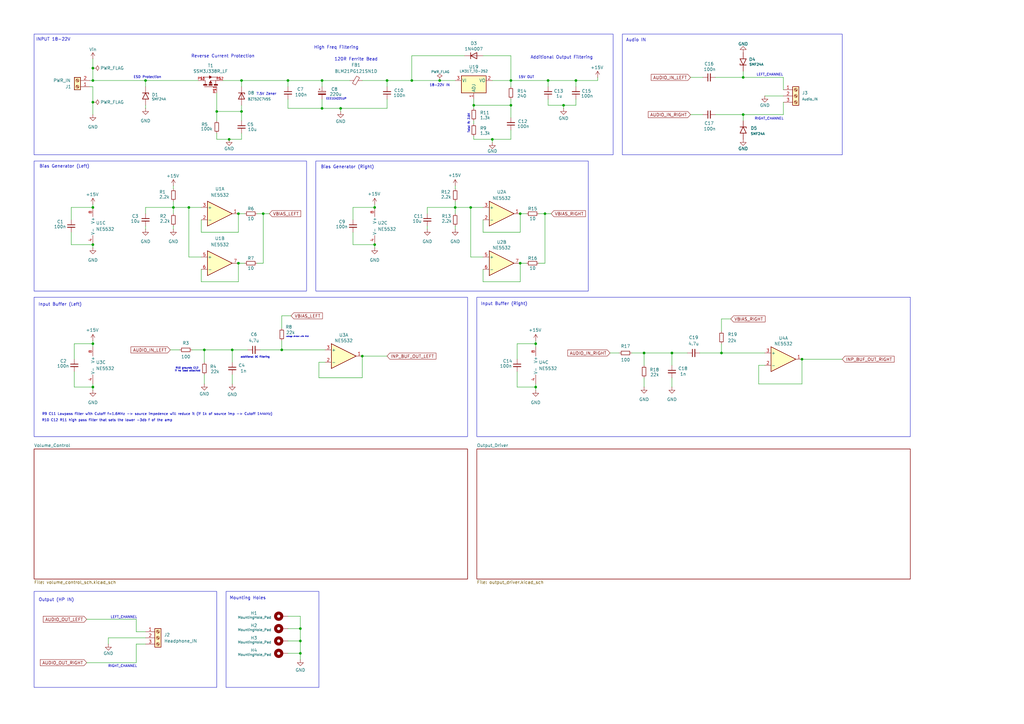
<source format=kicad_sch>
(kicad_sch (version 20231120) (generator "eeschema") (generator_version "8.0")
  (paper "A3")
  (title_block (title "Headphone Amplifier") (company "Giug SRL"))
  (lib_symbols
    (symbol "Amplifier_Operational:NE5532" (pin_names (offset 0.127))
      (property "Reference" "U" (at 0 5.08 0))
      (property "Value" "NE5532" (at 0 -5.08 0))
      (symbol "NE5532_1_1"
        (pin output line (at 7.62 0 180) (length 2.54) (name "~") (number "1"))
        (pin input line (at -7.62 -2.54 0) (length 2.54) (name "-") (number "2"))
        (pin input line (at -7.62 2.54 0) (length 2.54) (name "+") (number "3"))
      )
      (symbol "NE5532_2_1"
        (pin input line (at -7.62 2.54 0) (length 2.54) (name "+") (number "5"))
        (pin input line (at -7.62 -2.54 0) (length 2.54) (name "-") (number "6"))
        (pin output line (at 7.62 0 180) (length 2.54) (name "~") (number "7"))
      )
      (symbol "NE5532_3_1"
        (pin power_in line (at -2.54 -7.62 90) (length 3.81) (name "V-") (number "4"))
        (pin power_in line (at -2.54 7.62 270) (length 3.81) (name "V+") (number "8"))
      )
    )
    (symbol "Connector:Screw_Terminal_01x02" (pin_names (offset 1.016) hide)
      (property "Reference" "J" (at 0 2.54 0))
      (property "Value" "Screw_Terminal_01x02" (at 0 -5.08 0))
      (symbol "Screw_Terminal_01x02_1_1"
        (pin passive line (at -5.08 0 0) (length 3.81) (name "Pin_1") (number "1"))
        (pin passive line (at -5.08 -2.54 0) (length 3.81) (name "Pin_2") (number "2"))
      )
    )
    (symbol "Connector:Screw_Terminal_01x03" (pin_names (offset 1.016) hide)
      (property "Reference" "J" (at 0 5.08 0))
      (property "Value" "Screw_Terminal_01x03" (at 0 -5.08 0))
      (symbol "Screw_Terminal_01x03_1_1"
        (pin passive line (at -5.08 2.54 0) (length 3.81) (name "Pin_1") (number "1"))
        (pin passive line (at -5.08 0 0) (length 3.81) (name "Pin_2") (number "2"))
        (pin passive line (at -5.08 -2.54 0) (length 3.81) (name "Pin_3") (number "3"))
      )
    )
    (symbol "Device:C_Polarized_Small" (pin_numbers hide) (pin_names (offset 0.254) hide)
      (property "Reference" "C" (at 0.254 1.778 0))
      (property "Value" "C_Polarized_Small" (at 0.254 -2.032 0))
      (symbol "C_Polarized_Small_1_1"
        (pin passive line (at 0 2.54 270) (length 1.8542) (name "~") (number "1"))
        (pin passive line (at 0 -2.54 90) (length 1.8542) (name "~") (number "2"))
      )
    )
    (symbol "Device:C_Small" (pin_numbers hide) (pin_names (offset 0.254) hide)
      (property "Reference" "C" (at 0.254 1.778 0))
      (property "Value" "C_Small" (at 0.254 -2.032 0))
      (symbol "C_Small_1_1"
        (pin passive line (at 0 2.54 270) (length 2.032) (name "~") (number "1"))
        (pin passive line (at 0 -2.54 90) (length 2.032) (name "~") (number "2"))
      )
    )
    (symbol "Device:FerriteBead_Small" (pin_numbers hide) (pin_names (offset 0))
      (property "Reference" "FB" (at 1.905 1.27 0))
      (property "Value" "FerriteBead_Small" (at 1.905 -1.27 0))
      (symbol "FerriteBead_Small_1_1"
        (pin passive line (at 0 2.54 270) (length 1.27) (name "~") (number "1"))
        (pin passive line (at 0 -2.54 90) (length 1.27) (name "~") (number "2"))
      )
    )
    (symbol "Device:R_Small" (pin_numbers hide) (pin_names (offset 0.254) hide)
      (property "Reference" "R" (at 0.762 0.508 0))
      (property "Value" "R_Small" (at 0.762 -1.016 0))
      (symbol "R_Small_1_1"
        (pin passive line (at 0 2.54 270) (length 0.762) (name "~") (number "1"))
        (pin passive line (at 0 -2.54 90) (length 0.762) (name "~") (number "2"))
      )
    )
    (symbol "Diode:1N4007" (pin_numbers hide) (pin_names hide)
      (property "Reference" "D" (at 0 2.54 0))
      (property "Value" "1N4007" (at 0 -2.54 0))
      (symbol "1N4007_1_1"
        (pin passive line (at -3.81 0 0) (length 2.54) (name "K") (number "1"))
        (pin passive line (at 3.81 0 180) (length 2.54) (name "A") (number "2"))
      )
    )
    (symbol "Diode:BZT52Bxx" (pin_numbers hide) (pin_names hide)
      (property "Reference" "D" (at 0 2.54 0))
      (property "Value" "BZT52Bxx" (at 0 -2.54 0))
      (symbol "BZT52Bxx_1_1"
        (pin passive line (at -3.81 0 0) (length 2.54) (name "K") (number "1"))
        (pin passive line (at 3.81 0 180) (length 2.54) (name "A") (number "2"))
      )
    )
    (symbol "Diode:SMF24A" (pin_numbers hide) (pin_names (offset 1.016) hide)
      (property "Reference" "D" (at 0 2.54 0))
      (property "Value" "SMF24A" (at 0 -2.54 0))
      (symbol "SMF24A_1_1"
        (pin passive line (at -3.81 0 0) (length 2.54) (name "A1") (number "1"))
        (pin passive line (at 3.81 0 180) (length 2.54) (name "A2") (number "2"))
      )
    )
    (symbol "Mechanical:MountingHole_Pad" (pin_numbers hide) (pin_names (offset 1.016) hide) (exclude_from_sim yes) (in_bom no)
      (property "Reference" "H" (at 0 6.35 0))
      (property "Value" "MountingHole_Pad" (at 0 4.445 0))
      (symbol "MountingHole_Pad_1_1"
        (pin input line (at 0 -2.54 90) (length 2.54) (name "1") (number "1"))
      )
    )
    (symbol "Regulator_Linear:LM317_TO-252" (pin_names (offset 0.254))
      (property "Reference" "U" (at -3.81 3.175 0))
      (property "Value" "LM317_TO-252" (at 0 3.175 0))
      (symbol "LM317_TO-252_1_1"
        (pin input line (at 0 -7.62 90) (length 2.54) (name "ADJ") (number "1"))
        (pin power_out line (at 7.62 0 180) (length 2.54) (name "VO") (number "2"))
        (pin power_in line (at -7.62 0 0) (length 2.54) (name "VI") (number "3"))
      )
    )
    (symbol "SSM3J338R_LF:SSM3J338R_LF" (pin_names (offset 1.016))
      (property "Reference" "T" (at 2.54 2.54 0))
      (property "Value" "SSM3J338R_LF" (at 2.54 0 0))
      (symbol "SSM3J338R_LF_0_0"
        (pin passive line (at -5.08 -2.54 0) (length 2.54) (name "~") (number "P$1"))
        (pin passive line (at 0 -5.08 90) (length 2.54) (name "~") (number "P$2"))
        (pin passive line (at 0 5.08 270) (length 2.54) (name "~") (number "P$3"))
      )
    )
    (symbol "power:+15V" (power) (pin_numbers hide) (pin_names (offset 0) hide)
      (property "Value" "+15V" (at 0 3.556 0))
      (symbol "+15V_1_1"
        (pin power_in line (at 0 0 90) (length 0) (name "~") (number "1"))
      )
    )
    (symbol "power:GND" (power) (pin_numbers hide) (pin_names (offset 0) hide)
      (property "Value" "GND" (at 0 -3.81 0))
      (symbol "GND_1_1"
        (pin power_in line (at 0 0 270) (length 0) (name "~") (number "1"))
      )
    )
    (symbol "power:PWR_FLAG" (power) (pin_numbers hide) (pin_names (offset 0) hide)
      (property "Value" "PWR_FLAG" (at 0 3.81 0))
      (symbol "PWR_FLAG_0_0"
        (pin power_out line (at 0 0 90) (length 0) (name "~") (number "1"))
      )
    )
    (symbol "power:VCC" (power) (pin_numbers hide) (pin_names (offset 0) hide)
      (property "Value" "VCC" (at 0 3.556 0))
      (symbol "VCC_1_1"
        (pin power_in line (at 0 0 90) (length 0) (name "~") (number "1"))
      )
    )
  )
  (junction (at 168.91 33.02))
  (junction (at 194.31 43.18))
  (junction (at 139.7 44.45))
  (junction (at 99.06 33.02))
  (junction (at 231.14 43.18))
  (junction (at 209.55 43.18))
  (junction (at 132.08 33.02))
  (junction (at 38.1 100.33))
  (junction (at 38.1 41.91))
  (junction (at 148.59 146.05))
  (junction (at 77.47 85.09))
  (junction (at 153.67 85.09))
  (junction (at 264.16 144.78))
  (junction (at 38.1 158.75))
  (junction (at 219.71 140.97))
  (junction (at 59.69 33.02))
  (junction (at 193.04 85.09))
  (junction (at 88.9 45.72))
  (junction (at 123.19 257.81))
  (junction (at 71.12 85.09))
  (junction (at 275.59 144.78))
  (junction (at 97.79 87.63))
  (junction (at 107.95 87.63))
  (junction (at 201.93 57.15))
  (junction (at 223.52 87.63))
  (junction (at 38.1 140.97))
  (junction (at 38.1 27.94))
  (junction (at 93.98 57.15))
  (junction (at 213.36 107.95))
  (junction (at 38.1 85.09))
  (junction (at 304.8 46.99))
  (junction (at 180.34 33.02))
  (junction (at 115.57 143.51))
  (junction (at 295.91 144.78))
  (junction (at 132.08 44.45))
  (junction (at 224.79 33.02))
  (junction (at 158.75 33.02))
  (junction (at 38.1 33.02))
  (junction (at 99.06 45.72))
  (junction (at 209.55 33.02))
  (junction (at 186.69 85.09))
  (junction (at 123.19 262.89))
  (junction (at 97.79 107.95))
  (junction (at 328.93 147.32))
  (junction (at 118.11 33.02))
  (junction (at 213.36 87.63))
  (junction (at 83.82 143.51))
  (junction (at 304.8 31.75))
  (junction (at 236.22 33.02))
  (junction (at 95.25 143.51))
  (junction (at 219.71 158.75))
  (junction (at 123.19 267.97))
  (junction (at 153.67 100.33))
  (wire (pts (xy 224.79 43.18) (xy 231.14 43.18)))
  (wire (pts (xy 311.15 149.86) (xy 311.15 157.48)))
  (wire (pts (xy 293.37 46.99) (xy 304.8 46.99)))
  (wire (pts (xy 259.08 144.78) (xy 264.16 144.78)))
  (wire (pts (xy 99.06 45.72) (xy 99.06 43.18)))
  (wire (pts (xy 55.88 259.08) (xy 59.69 259.08)))
  (wire (pts (xy 193.04 85.09) (xy 186.69 85.09)))
  (wire (pts (xy 212.09 147.32) (xy 212.09 140.97)))
  (wire (pts (xy 158.75 44.45) (xy 158.75 40.64)))
  (wire (pts (xy 224.79 35.56) (xy 224.79 33.02)))
  (wire (pts (xy 38.1 33.02) (xy 59.69 33.02)))
  (wire (pts (xy 194.31 50.8) (xy 194.31 49.53)))
  (wire (pts (xy 264.16 144.78) (xy 275.59 144.78)))
  (wire (pts (xy 139.7 44.45) (xy 158.75 44.45)))
  (wire (pts (xy 118.11 33.02) (xy 118.11 35.56)))
  (wire (pts (xy 209.55 22.86) (xy 209.55 33.02)))
  (wire (pts (xy 313.69 39.37) (xy 321.31 39.37)))
  (wire (pts (xy 264.16 154.94) (xy 264.16 158.75)))
  (wire (pts (xy 153.67 101.6) (xy 153.67 100.33)))
  (wire (pts (xy 132.08 44.45) (xy 118.11 44.45)))
  (wire (pts (xy 212.09 152.4) (xy 212.09 158.75)))
  (wire (pts (xy 148.59 146.05) (xy 148.59 154.94)))
  (wire (pts (xy 123.19 257.81) (xy 123.19 262.89)))
  (wire (pts (xy 180.34 33.02) (xy 186.69 33.02)))
  (wire (pts (xy 59.69 85.09) (xy 71.12 85.09)))
  (wire (pts (xy 123.19 262.89) (xy 123.19 267.97)))
  (wire (pts (xy 105.41 87.63) (xy 107.95 87.63)))
  (wire (pts (xy 95.25 143.51) (xy 95.25 148.59)))
  (wire (pts (xy 219.71 139.7) (xy 219.71 140.97)))
  (wire (pts (xy 30.48 147.32) (xy 30.48 140.97)))
  (wire (pts (xy 97.79 87.63) (xy 100.33 87.63)))
  (wire (pts (xy 78.74 143.51) (xy 83.82 143.51)))
  (wire (pts (xy 175.26 85.09) (xy 186.69 85.09)))
  (wire (pts (xy 82.55 95.25) (xy 97.79 95.25)))
  (wire (pts (xy 295.91 130.81) (xy 299.72 130.81)))
  (wire (pts (xy 223.52 87.63) (xy 226.06 87.63)))
  (wire (pts (xy 59.69 43.18) (xy 59.69 44.45)))
  (wire (pts (xy 55.88 264.16) (xy 59.69 264.16)))
  (wire (pts (xy 236.22 43.18) (xy 236.22 40.64)))
  (wire (pts (xy 77.47 85.09) (xy 82.55 85.09)))
  (wire (pts (xy 158.75 33.02) (xy 168.91 33.02)))
  (wire (pts (xy 293.37 31.75) (xy 304.8 31.75)))
  (wire (pts (xy 168.91 33.02) (xy 180.34 33.02)))
  (wire (pts (xy 186.69 85.09) (xy 186.69 87.63)))
  (wire (pts (xy 29.21 100.33) (xy 38.1 100.33)))
  (wire (pts (xy 30.48 158.75) (xy 38.1 158.75)))
  (wire (pts (xy 30.48 152.4) (xy 30.48 158.75)))
  (wire (pts (xy 198.12 22.86) (xy 209.55 22.86)))
  (wire (pts (xy 99.06 33.02) (xy 99.06 35.56)))
  (wire (pts (xy 38.1 160.02) (xy 38.1 158.75)))
  (wire (pts (xy 55.88 254) (xy 55.88 259.08)))
  (wire (pts (xy 93.98 57.15) (xy 99.06 57.15)))
  (wire (pts (xy 194.31 57.15) (xy 201.93 57.15)))
  (wire (pts (xy 88.9 54.61) (xy 88.9 57.15)))
  (wire (pts (xy 275.59 144.78) (xy 281.94 144.78)))
  (wire (pts (xy 304.8 31.75) (xy 321.31 31.75)))
  (wire (pts (xy 71.12 92.71) (xy 71.12 93.98)))
  (wire (pts (xy 123.19 252.73) (xy 123.19 257.81)))
  (wire (pts (xy 224.79 43.18) (xy 224.79 40.64)))
  (wire (pts (xy 71.12 85.09) (xy 71.12 87.63)))
  (wire (pts (xy 71.12 82.55) (xy 71.12 85.09)))
  (wire (pts (xy 44.45 264.16) (xy 44.45 261.62)))
  (wire (pts (xy 38.1 157.48) (xy 38.1 158.75)))
  (wire (pts (xy 132.08 33.02) (xy 132.08 35.56)))
  (wire (pts (xy 59.69 33.02) (xy 81.28 33.02)))
  (wire (pts (xy 209.55 40.64) (xy 209.55 43.18)))
  (wire (pts (xy 194.31 57.15) (xy 194.31 55.88)))
  (wire (pts (xy 264.16 144.78) (xy 264.16 149.86)))
  (wire (pts (xy 275.59 144.78) (xy 275.59 149.86)))
  (wire (pts (xy 69.85 143.51) (xy 73.66 143.51)))
  (wire (pts (xy 83.82 143.51) (xy 95.25 143.51)))
  (wire (pts (xy 35.56 254) (xy 55.88 254)))
  (wire (pts (xy 123.19 267.97) (xy 118.11 267.97)))
  (wire (pts (xy 186.69 82.55) (xy 186.69 85.09)))
  (wire (pts (xy 38.1 140.97) (xy 38.1 142.24)))
  (wire (pts (xy 295.91 135.89) (xy 295.91 130.81)))
  (wire (pts (xy 123.19 267.97) (xy 123.19 270.51)))
  (wire (pts (xy 30.48 140.97) (xy 38.1 140.97)))
  (wire (pts (xy 321.31 36.83) (xy 321.31 31.75)))
  (wire (pts (xy 118.11 262.89) (xy 123.19 262.89)))
  (wire (pts (xy 209.55 43.18) (xy 194.31 43.18)))
  (wire (pts (xy 38.1 101.6) (xy 38.1 100.33)))
  (wire (pts (xy 106.68 143.51) (xy 115.57 143.51)))
  (wire (pts (xy 224.79 33.02) (xy 236.22 33.02)))
  (wire (pts (xy 97.79 107.95) (xy 100.33 107.95)))
  (wire (pts (xy 213.36 107.95) (xy 215.9 107.95)))
  (wire (pts (xy 153.67 83.82) (xy 153.67 85.09)))
  (wire (pts (xy 118.11 252.73) (xy 123.19 252.73)))
  (wire (pts (xy 59.69 92.71) (xy 59.69 93.98)))
  (wire (pts (xy 59.69 87.63) (xy 59.69 85.09)))
  (wire (pts (xy 194.31 43.18) (xy 194.31 44.45)))
  (wire (pts (xy 311.15 157.48) (xy 328.93 157.48)))
  (wire (pts (xy 132.08 44.45) (xy 139.7 44.45)))
  (wire (pts (xy 209.55 33.02) (xy 224.79 33.02)))
  (wire (pts (xy 97.79 95.25) (xy 97.79 87.63)))
  (wire (pts (xy 38.1 41.91) (xy 38.1 46.99)))
  (wire (pts (xy 99.06 33.02) (xy 118.11 33.02)))
  (wire (pts (xy 77.47 85.09) (xy 71.12 85.09)))
  (wire (pts (xy 38.1 27.94) (xy 38.1 33.02)))
  (wire (pts (xy 118.11 44.45) (xy 118.11 40.64)))
  (wire (pts (xy 115.57 143.51) (xy 133.35 143.51)))
  (wire (pts (xy 55.88 264.16) (xy 55.88 271.78)))
  (wire (pts (xy 212.09 140.97) (xy 219.71 140.97)))
  (wire (pts (xy 148.59 146.05) (xy 158.75 146.05)))
  (wire (pts (xy 201.93 57.15) (xy 201.93 58.42)))
  (wire (pts (xy 304.8 46.99) (xy 304.8 49.53)))
  (wire (pts (xy 59.69 33.02) (xy 59.69 35.56)))
  (wire (pts (xy 97.79 115.57) (xy 97.79 107.95)))
  (wire (pts (xy 168.91 22.86) (xy 168.91 33.02)))
  (wire (pts (xy 88.9 45.72) (xy 99.06 45.72)))
  (wire (pts (xy 130.81 148.59) (xy 133.35 148.59)))
  (wire (pts (xy 88.9 38.1) (xy 88.9 45.72)))
  (wire (pts (xy 71.12 76.2) (xy 71.12 77.47)))
  (wire (pts (xy 118.11 33.02) (xy 132.08 33.02)))
  (wire (pts (xy 209.55 43.18) (xy 209.55 48.26)))
  (wire (pts (xy 36.83 35.56) (xy 38.1 35.56)))
  (wire (pts (xy 99.06 54.61) (xy 99.06 57.15)))
  (wire (pts (xy 88.9 45.72) (xy 88.9 49.53)))
  (wire (pts (xy 213.36 87.63) (xy 215.9 87.63)))
  (wire (pts (xy 38.1 35.56) (xy 38.1 41.91)))
  (wire (pts (xy 245.11 33.02) (xy 236.22 33.02)))
  (wire (pts (xy 175.26 87.63) (xy 175.26 85.09)))
  (wire (pts (xy 219.71 160.02) (xy 219.71 158.75)))
  (wire (pts (xy 198.12 115.57) (xy 213.36 115.57)))
  (wire (pts (xy 198.12 90.17) (xy 198.12 95.25)))
  (wire (pts (xy 175.26 92.71) (xy 175.26 93.98)))
  (wire (pts (xy 82.55 105.41) (xy 77.47 105.41)))
  (wire (pts (xy 132.08 40.64) (xy 132.08 44.45)))
  (wire (pts (xy 193.04 105.41) (xy 193.04 85.09)))
  (wire (pts (xy 83.82 143.51) (xy 83.82 148.59)))
  (wire (pts (xy 201.93 33.02) (xy 209.55 33.02)))
  (wire (pts (xy 107.95 107.95) (xy 107.95 87.63)))
  (wire (pts (xy 35.56 271.78) (xy 55.88 271.78)))
  (wire (pts (xy 186.69 92.71) (xy 186.69 93.98)))
  (wire (pts (xy 198.12 110.49) (xy 198.12 115.57)))
  (wire (pts (xy 213.36 115.57) (xy 213.36 107.95)))
  (wire (pts (xy 38.1 83.82) (xy 38.1 85.09)))
  (wire (pts (xy 144.78 90.17) (xy 144.78 85.09)))
  (wire (pts (xy 115.57 139.7) (xy 115.57 143.51)))
  (wire (pts (xy 118.11 257.81) (xy 123.19 257.81)))
  (wire (pts (xy 115.57 129.54) (xy 119.38 129.54)))
  (wire (pts (xy 105.41 107.95) (xy 107.95 107.95)))
  (wire (pts (xy 328.93 157.48) (xy 328.93 147.32)))
  (wire (pts (xy 321.31 41.91) (xy 321.31 46.99)))
  (wire (pts (xy 250.19 144.78) (xy 254 144.78)))
  (wire (pts (xy 295.91 140.97) (xy 295.91 144.78)))
  (wire (pts (xy 158.75 33.02) (xy 158.75 35.56)))
  (wire (pts (xy 231.14 43.18) (xy 231.14 44.45)))
  (wire (pts (xy 213.36 95.25) (xy 213.36 87.63)))
  (wire (pts (xy 99.06 45.72) (xy 99.06 49.53)))
  (wire (pts (xy 201.93 57.15) (xy 209.55 57.15)))
  (wire (pts (xy 130.81 154.94) (xy 148.59 154.94)))
  (wire (pts (xy 82.55 110.49) (xy 82.55 115.57)))
  (wire (pts (xy 38.1 139.7) (xy 38.1 140.97)))
  (wire (pts (xy 190.5 22.86) (xy 168.91 22.86)))
  (wire (pts (xy 283.21 31.75) (xy 288.29 31.75)))
  (wire (pts (xy 144.78 95.25) (xy 144.78 100.33)))
  (wire (pts (xy 236.22 33.02) (xy 236.22 35.56)))
  (wire (pts (xy 88.9 57.15) (xy 93.98 57.15)))
  (wire (pts (xy 311.15 149.86) (xy 313.69 149.86)))
  (wire (pts (xy 275.59 154.94) (xy 275.59 158.75)))
  (wire (pts (xy 144.78 85.09) (xy 153.67 85.09)))
  (wire (pts (xy 144.78 100.33) (xy 153.67 100.33)))
  (wire (pts (xy 295.91 144.78) (xy 313.69 144.78)))
  (wire (pts (xy 82.55 90.17) (xy 82.55 95.25)))
  (wire (pts (xy 245.11 33.02) (xy 245.11 31.75)))
  (wire (pts (xy 220.98 107.95) (xy 223.52 107.95)))
  (wire (pts (xy 283.21 46.99) (xy 288.29 46.99)))
  (wire (pts (xy 328.93 147.32) (xy 345.44 147.32)))
  (wire (pts (xy 83.82 153.67) (xy 83.82 157.48)))
  (wire (pts (xy 95.25 153.67) (xy 95.25 157.48)))
  (wire (pts (xy 219.71 140.97) (xy 219.71 142.24)))
  (wire (pts (xy 304.8 46.99) (xy 321.31 46.99)))
  (wire (pts (xy 44.45 261.62) (xy 59.69 261.62)))
  (wire (pts (xy 29.21 90.17) (xy 29.21 85.09)))
  (wire (pts (xy 186.69 76.2) (xy 186.69 77.47)))
  (wire (pts (xy 36.83 33.02) (xy 38.1 33.02)))
  (wire (pts (xy 38.1 24.13) (xy 38.1 27.94)))
  (wire (pts (xy 107.95 87.63) (xy 110.49 87.63)))
  (wire (pts (xy 139.7 45.72) (xy 139.7 44.45)))
  (wire (pts (xy 209.55 57.15) (xy 209.55 53.34)))
  (wire (pts (xy 198.12 105.41) (xy 193.04 105.41)))
  (wire (pts (xy 231.14 43.18) (xy 236.22 43.18)))
  (wire (pts (xy 193.04 85.09) (xy 198.12 85.09)))
  (wire (pts (xy 95.25 143.51) (xy 101.6 143.51)))
  (wire (pts (xy 198.12 95.25) (xy 213.36 95.25)))
  (wire (pts (xy 223.52 107.95) (xy 223.52 87.63)))
  (wire (pts (xy 29.21 95.25) (xy 29.21 100.33)))
  (wire (pts (xy 212.09 158.75) (xy 219.71 158.75)))
  (wire (pts (xy 287.02 144.78) (xy 295.91 144.78)))
  (wire (pts (xy 304.8 29.21) (xy 304.8 31.75)))
  (wire (pts (xy 219.71 157.48) (xy 219.71 158.75)))
  (wire (pts (xy 115.57 134.62) (xy 115.57 129.54)))
  (wire (pts (xy 148.59 33.02) (xy 158.75 33.02)))
  (wire (pts (xy 130.81 148.59) (xy 130.81 154.94)))
  (wire (pts (xy 91.44 33.02) (xy 99.06 33.02)))
  (wire (pts (xy 77.47 105.41) (xy 77.47 85.09)))
  (wire (pts (xy 194.31 40.64) (xy 194.31 43.18)))
  (wire (pts (xy 220.98 87.63) (xy 223.52 87.63)))
  (wire (pts (xy 29.21 85.09) (xy 38.1 85.09)))
  (wire (pts (xy 209.55 33.02) (xy 209.55 35.56)))
  (wire (pts (xy 82.55 115.57) (xy 97.79 115.57)))
  (wire (pts (xy 132.08 33.02) (xy 143.51 33.02)))
  (rectangle (start 195.58 121.92) (end 373.38 179.07))
  (rectangle (start 129.54 66.04) (end 241.3 119.38))
  (rectangle (start 13.97 66.04) (end 125.73 119.38))
  (rectangle (start 255.27 13.97) (end 345.44 63.5))
  (rectangle (start 13.97 13.97) (end 251.46 63.5))
  (rectangle (start 13.97 242.57) (end 88.9 281.94))
  (rectangle (start 13.97 121.92) (end 191.77 179.07))
  (rectangle (start 92.71 242.57) (end 130.81 281.94))
  (text "Audio IN\n" (at 260.858 16.51 0) (effects (font (size 1.27 1.27))))
  (text "120R Ferrite Bead\n" (at 146.05 24.384 0) (effects (font (size 1.27 1.27))))
  (text "15V OUT" (at 215.9 31.75 0) (effects (font (size 1 1))))
  (text "ESD Protection" (at 60.452 31.75 0) (effects (font (size 1 1))))
  (text "7.5V Zener" (at 109.22 38.608 0) (effects (font (size 1 1))))
  (text "R10 C12 R11 high pass filter that sets the lower -3db f of the amp" (at 43.942 172.466 0) (effects (font (size 1 1))))
  (text "Total R: 2.6K" (at 192.278 50.546 90) (effects (font (size 0.8 0.8))))
  (text "Bias Generator (Right)" (at 142.494 68.58 0) (effects (font (size 1.27 1.27))))
  (text "Mounting Holes" (at 101.6 245.364 0) (effects (font (size 1.27 1.27))))
  (text "Input Buffer (Right)" (at 206.756 124.714 0) (effects (font (size 1.27 1.27))))
  (text "High Freq Filtering\n" (at 137.922 19.558 0) (effects (font (size 1.27 1.27))))
  (text "Output (HP IN)" (at 23.114 246.126 0) (effects (font (size 1.27 1.27))))
  (text "EEE1EA221UP" (at 137.922 40.64 0) (effects (font (size 0.8 0.8))))
  (text "Reverse Current Protection" (at 91.44 23.114 0) (effects (font (size 1.27 1.27))))
  (text "RIGHT_CHANNEL" (at 315.468 48.768 0) (effects (font (size 1 1))))
  (text "Bias Generator (Left)" (at 26.416 68.326 0) (effects (font (size 1.27 1.27))))
  (text "LEFT_CHANNEL" (at 50.8 253.238 0) (effects (font (size 1 1))))
  (text "RIGHT_CHANNEL" (at 50.292 273.304 0) (effects (font (size 1 1))))
  (text "INPUT 18-22V\n" (at 21.844 16.256 0) (effects (font (size 1.27 1.27))))
  (text "R10 grounds C12 \nif no load attached" (at 76.962 151.638 0) (effects (font (size 0.7 0.7))))
  (text "18-22V IN\n" (at 180.34 35.052 0) (effects (font (size 1 1))))
  (text "Additional Output Filtering\n" (at 230.378 23.622 0) (effects (font (size 1.27 1.27))))
  (text "R9 C11 Lowpass filter with Cutoff f=1.6MHz -> source impedence will reduce it (if 1k of source imp -> Cutoff 144kHz)" (at 64.516 169.926 0) (effects (font (size 1 1))))
  (text "Input Buffer (Left)" (at 24.638 124.968 0) (effects (font (size 1.27 1.27))))
  (text "voltage divider with R10" (at 121.92 138.176 0) (effects (font (size 0.5 0.5))))
  (text "LEFT_CHANNEL" (at 315.722 30.734 0) (effects (font (size 1 1))))
  (text "additional DC filtering" (at 104.648 146.558 0) (effects (font (size 0.7 0.7))))
  (global_label "INP_BUF_OUT_LEFT" (shape input) (at 158.75 146.05 0) (property "Intersheetrefs" "${INTERSHEET_REFS}" (effects (hide yes))))
  (global_label "VBIAS_LEFT" (shape input) (at 119.38 129.54 0) (property "Intersheetrefs" "${INTERSHEET_REFS}" (effects (hide yes))))
  (global_label "INP_BUF_OUT_RIGHT" (shape input) (at 345.44 147.32 0) (property "Intersheetrefs" "${INTERSHEET_REFS}" (effects (hide yes))))
  (global_label "AUDIO_IN_LEFT" (shape input) (at 69.85 143.51 180) (property "Intersheetrefs" "${INTERSHEET_REFS}" (effects (hide yes))))
  (global_label "AUDIO_OUT_LEFT" (shape input) (at 35.56 254 180) (property "Intersheetrefs" "${INTERSHEET_REFS}" (effects (hide yes))))
  (global_label "AUDIO_IN_RIGHT" (shape input) (at 250.19 144.78 180) (property "Intersheetrefs" "${INTERSHEET_REFS}" (effects (hide yes))))
  (global_label "AUDIO_IN_RIGHT" (shape input) (at 283.21 46.99 180) (property "Intersheetrefs" "${INTERSHEET_REFS}" (effects (hide yes))))
  (global_label "AUDIO_IN_LEFT" (shape input) (at 283.21 31.75 180) (property "Intersheetrefs" "${INTERSHEET_REFS}" (effects (hide yes))))
  (global_label "VBIAS_RIGHT" (shape input) (at 299.72 130.81 0) (property "Intersheetrefs" "${INTERSHEET_REFS}" (effects (hide yes))))
  (global_label "VBIAS_RIGHT" (shape input) (at 226.06 87.63 0) (property "Intersheetrefs" "${INTERSHEET_REFS}" (effects (hide yes))))
  (global_label "VBIAS_LEFT" (shape input) (at 110.49 87.63 0) (property "Intersheetrefs" "${INTERSHEET_REFS}" (effects (hide yes))))
  (global_label "AUDIO_OUT_RIGHT" (shape input) (at 35.56 271.78 180) (property "Intersheetrefs" "${INTERSHEET_REFS}" (effects (hide yes))))
  (symbol (lib_id "power:+15V") (at 38.1 139.7 0) (unit 1)
    (property "Reference" "#PWR05" (effects (hide yes)))
    (property "Value" "+15V" (at 37.846 135.382 0))
    (property "Description" "Power symbol creates a global label with name \"+15V\"" (effects (hide yes)))
  )
  (symbol (lib_id "Device:C_Small") (at 30.48 149.86 0) (unit 1)
    (property "Reference" "C2" (at 24.638 148.082 0) (effects (justify left)))
    (property "Value" "100n" (at 23.368 150.114 0) (effects (justify left)))
    (property "Footprint" "Capacitor_SMD:C_0805_2012Metric_Pad1.18x1.45mm_HandSolder" (effects (hide yes)))
    (property "Description" "Unpolarized capacitor, small symbol" (effects (hide yes)))
  )
  (symbol (lib_id "power:GND") (at 175.26 93.98 0) (unit 1)
    (property "Reference" "#PWR018" (effects (hide yes)))
    (property "Value" "GND" (at 175.26 99.06 0))
    (property "Description" "Power symbol creates a global label with name \"GND\" , ground" (effects (hide yes)))
  )
  (symbol (lib_id "power:+15V") (at 219.71 139.7 0) (unit 1)
    (property "Reference" "#PWR023" (effects (hide yes)))
    (property "Value" "+15V" (at 219.456 135.382 0))
    (property "Description" "Power symbol creates a global label with name \"+15V\"" (effects (hide yes)))
  )
  (symbol (lib_id "Device:C_Small") (at 209.55 50.8 180) (unit 1)
    (property "Reference" "C12" (at 214.376 49.784 0))
    (property "Value" "100n" (at 214.63 51.816 0))
    (property "Footprint" "Capacitor_SMD:C_0805_2012Metric_Pad1.18x1.45mm_HandSolder" (effects (hide yes)))
    (property "Description" "Unpolarized capacitor, small symbol" (effects (hide yes)))
  )
  (symbol (lib_id "Device:C_Small") (at 212.09 149.86 0) (unit 1)
    (property "Reference" "C14" (at 206.248 148.082 0) (effects (justify left)))
    (property "Value" "100n" (at 204.978 150.114 0) (effects (justify left)))
    (property "Footprint" "Capacitor_SMD:C_0805_2012Metric_Pad1.18x1.45mm_HandSolder" (effects (hide yes)))
    (property "Description" "Unpolarized capacitor, small symbol" (effects (hide yes)))
  )
  (symbol (lib_id "power:GND") (at 186.69 93.98 0) (unit 1)
    (property "Reference" "#PWR021" (effects (hide yes)))
    (property "Value" "GND" (at 186.69 99.06 0))
    (property "Description" "Power symbol creates a global label with name \"GND\" , ground" (effects (hide yes)))
  )
  (symbol (lib_id "power:GND") (at 83.82 157.48 0) (unit 1)
    (property "Reference" "#PWR011" (effects (hide yes)))
    (property "Value" "GND" (at 83.82 161.544 0))
    (property "Description" "Power symbol creates a global label with name \"GND\" , ground" (effects (hide yes)))
  )
  (symbol (lib_id "Amplifier_Operational:NE5532") (at 90.17 87.63 0) (unit 1)
    (property "Reference" "U1" (at 90.17 77.47 0))
    (property "Value" "NE5532" (at 90.17 80.01 0))
    (property "Footprint" "Package_SO:SOIC-8_3.9x4.9mm_P1.27mm" (effects (hide yes)))
    (property "Datasheet" "http://www.ti.com/lit/ds/symlink/ne5532.pdf" (effects (hide yes)))
    (property "Description" "Dual Low-Noise Operational Amplifiers, DIP-8/SOIC-8" (effects (hide yes)))
  )
  (symbol (lib_id "Mechanical:MountingHole_Pad") (at 115.57 267.97 90) (unit 1) (exclude_from_sim yes) (in_bom no)
    (property "Reference" "H4" (at 104.14 266.7 90))
    (property "Value" "MountingHole_Pad" (at 104.394 268.478 90) (effects (font (size 1 1))))
    (property "Footprint" "MountingHole:MountingHole_3.2mm_M3_Pad_Via" (effects (hide yes)))
    (property "Description" "Mounting Hole with connection" (effects (hide yes)))
  )
  (symbol (lib_id "power:+15V") (at 71.12 76.2 0) (unit 1)
    (property "Reference" "#PWR09" (effects (hide yes)))
    (property "Value" "+15V" (at 70.866 72.136 0))
    (property "Description" "Power symbol creates a global label with name \"+15V\"" (effects (hide yes)))
  )
  (symbol (lib_id "Device:R_Small") (at 218.44 87.63 90) (unit 1)
    (property "Reference" "R15" (at 218.44 85.598 90))
    (property "Value" "10" (at 218.44 89.662 90))
    (property "Footprint" "Resistor_SMD:R_0805_2012Metric_Pad1.20x1.40mm_HandSolder" (effects (hide yes)))
    (property "Description" "Resistor, small symbol" (effects (hide yes)))
  )
  (symbol (lib_id "Mechanical:MountingHole_Pad") (at 115.57 262.89 90) (unit 1) (exclude_from_sim yes) (in_bom no)
    (property "Reference" "H3" (at 104.14 261.62 90))
    (property "Value" "MountingHole_Pad" (at 104.394 263.398 90) (effects (font (size 1 1))))
    (property "Footprint" "MountingHole:MountingHole_3.2mm_M3_Pad_Via" (effects (hide yes)))
    (property "Description" "Mounting Hole with connection" (effects (hide yes)))
  )
  (symbol (lib_id "Device:R_Small") (at 71.12 90.17 0) (unit 1)
    (property "Reference" "R2" (at 65.532 88.646 0) (effects (justify left)))
    (property "Value" "2.2k" (at 65.532 90.678 0) (effects (justify left)))
    (property "Footprint" "Resistor_SMD:R_0805_2012Metric_Pad1.20x1.40mm_HandSolder" (effects (hide yes)))
    (property "Description" "Resistor, small symbol" (effects (hide yes)))
  )
  (symbol (lib_id "Device:C_Small") (at 158.75 38.1 180) (unit 1)
    (property "Reference" "C10" (at 163.576 37.084 0))
    (property "Value" "100n" (at 163.83 39.116 0))
    (property "Footprint" "Capacitor_SMD:C_0805_2012Metric_Pad1.18x1.45mm_HandSolder" (effects (hide yes)))
    (property "Description" "Unpolarized capacitor, small symbol" (effects (hide yes)))
  )
  (symbol (lib_id "Device:R_Small") (at 186.69 80.01 0) (unit 1)
    (property "Reference" "R12" (at 180.848 78.74 0) (effects (justify left)))
    (property "Value" "2.2k" (at 180.848 80.772 0) (effects (justify left)))
    (property "Footprint" "Resistor_SMD:R_0805_2012Metric_Pad1.20x1.40mm_HandSolder" (effects (hide yes)))
    (property "Description" "Resistor, small symbol" (effects (hide yes)))
  )
  (symbol (lib_id "Device:R_Small") (at 256.54 144.78 90) (unit 1)
    (property "Reference" "R17" (at 256.54 141.986 90))
    (property "Value" "100" (at 256.54 147.574 90))
    (property "Footprint" "Resistor_SMD:R_0805_2012Metric_Pad1.20x1.40mm_HandSolder" (effects (hide yes)))
    (property "Description" "Resistor, small symbol" (effects (hide yes)))
  )
  (symbol (lib_id "Amplifier_Operational:NE5532") (at 40.64 149.86 0) (unit 3)
    (property "Reference" "U3" (at 39.37 148.5899 0) (effects (justify left)))
    (property "Value" "NE5532" (at 39.37 151.1299 0) (effects (justify left)))
    (property "Footprint" "Package_SO:SOIC-8_3.9x4.9mm_P1.27mm" (effects (hide yes)))
    (property "Datasheet" "http://www.ti.com/lit/ds/symlink/ne5532.pdf" (effects (hide yes)))
    (property "Description" "Dual Low-Noise Operational Amplifiers, DIP-8/SOIC-8" (effects (hide yes)))
  )
  (symbol (lib_id "Diode:BZT52Bxx") (at 99.06 39.37 270) (unit 1)
    (property "Reference" "D8" (at 101.6 38.0999 90) (effects (justify left)))
    (property "Value" "BZT52C7V5S" (at 101.6 40.64 90) (effects (font (size 1 1)) (justify left)))
    (property "Footprint" "Diode_SMD:D_SOD-123F" (effects (hide yes)))
    (property "Datasheet" "https://diotec.com/tl_files/diotec/files/pdf/datasheets/bzt52b2v4.pdf" (effects (hide yes)))
    (property "Description" "500mW Zener Diode, SOD-123F" (effects (hide yes)))
  )
  (symbol (lib_id "SSM3J338R_LF:SSM3J338R_LF") (at 86.36 33.02 90) (unit 1)
    (property "Reference" "T1" (at 86.36 26.924 90))
    (property "Value" "SSM3J338R_LF" (at 86.36 29.21 90))
    (property "Footprint" "Footprint:SSM3J338R_LF" (effects (hide yes)))
    (property "MF" "Toshiba Semiconductor and Storage" (effects (hide yes)))
    (property "Description_1" "\nP-Channel 12 V 6A (Ta) 1W (Ta) Surface Mount SOT-23F\n" (effects (hide yes)))
    (property "Package" "SOT-23-3 Toshiba Semiconductor and Storage" (effects (hide yes)))
    (property "Price" "None" (effects (hide yes)))
    (property "SnapEDA_Link" "https://www.snapeda.com/parts/SSM3J338R,LF/Toshiba+Semiconductor+and+Storage/view-part/?ref=snap" (effects (hide yes)))
    (property "MP" "SSM3J338R,LF" (effects (hide yes)))
    (property "Purchase-URL" "https://www.snapeda.com/api/url_track_click_mouser/?unipart_id=7103032&manufacturer=Toshiba Semiconductor and Storage&part_name=SSM3J338R,LF&search_term= ssm3j338r,lf" (effects (hide yes)))
    (property "Availability" "In Stock" (effects (hide yes)))
    (property "Check_prices" "https://www.snapeda.com/parts/SSM3J338R,LF/Toshiba+Semiconductor+and+Storage/view-part/?ref=eda" (effects (hide yes)))
  )
  (symbol (lib_id "power:GND") (at 38.1 46.99 0) (unit 1)
    (property "Reference" "#PWR02" (effects (hide yes)))
    (property "Value" "GND" (at 38.1 52.07 0))
    (property "Description" "Power symbol creates a global label with name \"GND\" , ground" (effects (hide yes)))
  )
  (symbol (lib_id "Amplifier_Operational:NE5532") (at 90.17 107.95 0) (unit 2)
    (property "Reference" "U1" (at 90.17 97.79 0))
    (property "Value" "NE5532" (at 90.17 100.33 0))
    (property "Footprint" "Package_SO:SOIC-8_3.9x4.9mm_P1.27mm" (effects (hide yes)))
    (property "Datasheet" "http://www.ti.com/lit/ds/symlink/ne5532.pdf" (effects (hide yes)))
    (property "Description" "Dual Low-Noise Operational Amplifiers, DIP-8/SOIC-8" (effects (hide yes)))
  )
  (symbol (lib_id "Device:R_Small") (at 88.9 52.07 0) (unit 1)
    (property "Reference" "R5" (at 82.55 51.054 0) (effects (justify left)))
    (property "Value" "100k" (at 82.296 52.832 0) (effects (justify left)))
    (property "Footprint" "Resistor_SMD:R_0805_2012Metric_Pad1.20x1.40mm_HandSolder" (effects (hide yes)))
    (property "Description" "Resistor, small symbol" (effects (hide yes)))
  )
  (symbol (lib_id "power:GND") (at 304.8 21.59 180) (unit 1)
    (property "Reference" "#PWR062" (effects (hide yes)))
    (property "Value" "GND" (at 304.8 18.034 0))
    (property "Description" "Power symbol creates a global label with name \"GND\" , ground" (effects (hide yes)))
  )
  (symbol (lib_id "Device:C_Small") (at 29.21 92.71 0) (unit 1)
    (property "Reference" "C1" (at 23.368 90.932 0) (effects (justify left)))
    (property "Value" "100n" (at 22.098 92.964 0) (effects (justify left)))
    (property "Footprint" "Capacitor_SMD:C_0805_2012Metric_Pad1.18x1.45mm_HandSolder" (effects (hide yes)))
    (property "Description" "Unpolarized capacitor, small symbol" (effects (hide yes)))
  )
  (symbol (lib_id "Connector:Screw_Terminal_01x02") (at 31.75 35.56 180) (unit 1)
    (property "Reference" "J1" (at 29.21 35.5601 0) (effects (justify left)))
    (property "Value" "PWR_IN" (at 28.956 33.02 0) (effects (justify left)))
    (property "Footprint" "TerminalBlock:TerminalBlock_bornier-2_P5.08mm" (effects (hide yes)))
    (property "Description" "Generic screw terminal, single row, 01x02, script generated (kicad-library-utils/schlib/autogen/connector/)" (effects (hide yes)))
  )
  (symbol (lib_id "power:GND") (at 71.12 93.98 0) (unit 1)
    (property "Reference" "#PWR010" (effects (hide yes)))
    (property "Value" "GND" (at 71.12 99.06 0))
    (property "Description" "Power symbol creates a global label with name \"GND\" , ground" (effects (hide yes)))
  )
  (symbol (lib_id "power:GND") (at 201.93 58.42 0) (unit 1)
    (property "Reference" "#PWR019" (effects (hide yes)))
    (property "Value" "GND" (at 201.93 61.976 0))
    (property "Description" "Power symbol creates a global label with name \"GND\" , ground" (effects (hide yes)))
  )
  (symbol (lib_id "Device:R_Small") (at 186.69 90.17 0) (unit 1)
    (property "Reference" "R13" (at 181.102 88.646 0) (effects (justify left)))
    (property "Value" "2.2k" (at 181.102 90.678 0) (effects (justify left)))
    (property "Footprint" "Resistor_SMD:R_0805_2012Metric_Pad1.20x1.40mm_HandSolder" (effects (hide yes)))
    (property "Description" "Resistor, small symbol" (effects (hide yes)))
  )
  (symbol (lib_id "Device:C_Small") (at 144.78 92.71 0) (unit 1)
    (property "Reference" "C9" (at 138.938 90.932 0) (effects (justify left)))
    (property "Value" "100n" (at 137.668 92.964 0) (effects (justify left)))
    (property "Footprint" "Capacitor_SMD:C_0805_2012Metric_Pad1.18x1.45mm_HandSolder" (effects (hide yes)))
    (property "Description" "Unpolarized capacitor, small symbol" (effects (hide yes)))
  )
  (symbol (lib_id "Device:R_Small") (at 194.31 53.34 0) (unit 1)
    (property "Reference" "R9" (at 196.85 52.578 0) (effects (justify left)))
    (property "Value" "1.3k" (at 196.85 54.6099 0) (effects (justify left)))
    (property "Footprint" "Resistor_SMD:R_0805_2012Metric_Pad1.20x1.40mm_HandSolder" (effects (hide yes)))
    (property "Description" "Resistor, small symbol" (effects (hide yes)))
  )
  (symbol (lib_id "power:GND") (at 231.14 44.45 0) (unit 1)
    (property "Reference" "#PWR022" (effects (hide yes)))
    (property "Value" "GND" (at 231.14 48.514 0))
    (property "Description" "Power symbol creates a global label with name \"GND\" , ground" (effects (hide yes)))
  )
  (symbol (lib_id "power:GND") (at 219.71 160.02 0) (unit 1)
    (property "Reference" "#PWR024" (effects (hide yes)))
    (property "Value" "GND" (at 219.71 165.1 0))
    (property "Description" "Power symbol creates a global label with name \"GND\" , ground" (effects (hide yes)))
  )
  (symbol (lib_id "Amplifier_Operational:NE5532") (at 205.74 107.95 0) (unit 2)
    (property "Reference" "U2" (at 205.74 99.314 0))
    (property "Value" "NE5532" (at 205.74 101.6 0))
    (property "Footprint" "Package_SO:SOIC-8_3.9x4.9mm_P1.27mm" (effects (hide yes)))
    (property "Datasheet" "http://www.ti.com/lit/ds/symlink/ne5532.pdf" (effects (hide yes)))
    (property "Description" "Dual Low-Noise Operational Amplifiers, DIP-8/SOIC-8" (effects (hide yes)))
  )
  (symbol (lib_id "Mechanical:MountingHole_Pad") (at 115.57 257.81 90) (unit 1) (exclude_from_sim yes) (in_bom no)
    (property "Reference" "H2" (at 104.14 256.54 90))
    (property "Value" "MountingHole_Pad" (at 104.394 258.318 90) (effects (font (size 1 1))))
    (property "Footprint" "MountingHole:MountingHole_3.2mm_M3_Pad_Via" (effects (hide yes)))
    (property "Description" "Mounting Hole with connection" (effects (hide yes)))
  )
  (symbol (lib_id "Diode:1N4007") (at 194.31 22.86 0) (unit 1)
    (property "Reference" "D3" (at 194.31 17.78 0))
    (property "Value" "1N4007" (at 194.31 20.066 0))
    (property "Footprint" "Diode_SMD:D_SMA" (effects (hide yes)))
    (property "Datasheet" "http://www.vishay.com/docs/88503/1n4001.pdf" (effects (hide yes)))
    (property "Description" "1000V 1A General Purpose Rectifier Diode, DO-41" (effects (hide yes)))
    (property "Sim.Device" "D" (effects (hide yes)))
    (property "Sim.Pins" "1=K 2=A" (effects (hide yes)))
  )
  (symbol (lib_id "power:GND") (at 264.16 158.75 0) (unit 1)
    (property "Reference" "#PWR026" (effects (hide yes)))
    (property "Value" "GND" (at 264.16 163.83 0))
    (property "Description" "Power symbol creates a global label with name \"GND\" , ground" (effects (hide yes)))
  )
  (symbol (lib_id "power:GND") (at 38.1 160.02 0) (unit 1)
    (property "Reference" "#PWR06" (effects (hide yes)))
    (property "Value" "GND" (at 38.1 165.1 0))
    (property "Description" "Power symbol creates a global label with name \"GND\" , ground" (effects (hide yes)))
  )
  (symbol (lib_id "Device:C_Small") (at 275.59 152.4 0) (unit 1)
    (property "Reference" "C18" (at 278.13 151.1362 0) (effects (justify left)))
    (property "Value" "1n" (at 278.892 153.416 0) (effects (justify left)))
    (property "Footprint" "Capacitor_SMD:C_0805_2012Metric_Pad1.18x1.45mm_HandSolder" (effects (hide yes)))
    (property "Description" "Unpolarized capacitor, small symbol" (effects (hide yes)))
  )
  (symbol (lib_id "power:GND") (at 139.7 45.72 0) (unit 1)
    (property "Reference" "#PWR015" (effects (hide yes)))
    (property "Value" "GND" (at 139.7 49.784 0))
    (property "Description" "Power symbol creates a global label with name \"GND\" , ground" (effects (hide yes)))
  )
  (symbol (lib_id "power:GND") (at 95.25 157.48 0) (unit 1)
    (property "Reference" "#PWR013" (effects (hide yes)))
    (property "Value" "GND" (at 95.25 161.798 0))
    (property "Description" "Power symbol creates a global label with name \"GND\" , ground" (effects (hide yes)))
  )
  (symbol (lib_id "power:VCC") (at 38.1 24.13 0) (unit 1)
    (property "Reference" "#PWR01" (effects (hide yes)))
    (property "Value" "Vin" (at 38.1 20.32 0))
    (property "Description" "Power symbol creates a global label with name \"VCC\"" (effects (hide yes)))
  )
  (symbol (lib_id "Device:R_Small") (at 71.12 80.01 0) (unit 1)
    (property "Reference" "R1" (at 65.278 78.74 0) (effects (justify left)))
    (property "Value" "2.2k" (at 65.278 80.772 0) (effects (justify left)))
    (property "Footprint" "Resistor_SMD:R_0805_2012Metric_Pad1.20x1.40mm_HandSolder" (effects (hide yes)))
    (property "Description" "Resistor, small symbol" (effects (hide yes)))
  )
  (symbol (lib_id "Amplifier_Operational:NE5532") (at 140.97 146.05 0) (unit 1)
    (property "Reference" "U3" (at 140.97 137.414 0))
    (property "Value" "NE5532" (at 140.97 139.7 0))
    (property "Footprint" "Package_SO:SOIC-8_3.9x4.9mm_P1.27mm" (effects (hide yes)))
    (property "Datasheet" "http://www.ti.com/lit/ds/symlink/ne5532.pdf" (effects (hide yes)))
    (property "Description" "Dual Low-Noise Operational Amplifiers, DIP-8/SOIC-8" (effects (hide yes)))
  )
  (symbol (lib_id "Device:R_Small") (at 209.55 38.1 0) (unit 1)
    (property "Reference" "R14" (at 212.09 37.338 0) (effects (justify left)))
    (property "Value" "240" (at 212.09 39.3699 0) (effects (justify left)))
    (property "Footprint" "Resistor_SMD:R_0805_2012Metric_Pad1.20x1.40mm_HandSolder" (effects (hide yes)))
    (property "Description" "Resistor, small symbol" (effects (hide yes)))
  )
  (symbol (lib_id "power:GND") (at 153.67 101.6 0) (unit 1)
    (property "Reference" "#PWR017" (effects (hide yes)))
    (property "Value" "GND" (at 153.67 106.68 0))
    (property "Description" "Power symbol creates a global label with name \"GND\" , ground" (effects (hide yes)))
  )
  (symbol (lib_id "power:GND") (at 304.8 57.15 0) (unit 1)
    (property "Reference" "#PWR063" (effects (hide yes)))
    (property "Value" "GND" (at 304.8 60.96 0))
    (property "Description" "Power symbol creates a global label with name \"GND\" , ground" (effects (hide yes)))
  )
  (symbol (lib_id "Device:R_Small") (at 83.82 151.13 0) (unit 1)
    (property "Reference" "R4" (at 86.106 150.368 0) (effects (justify left)))
    (property "Value" "22k" (at 86.36 152.3999 0) (effects (justify left)))
    (property "Footprint" "Resistor_SMD:R_0805_2012Metric_Pad1.20x1.40mm_HandSolder" (effects (hide yes)))
    (property "Description" "Resistor, small symbol" (effects (hide yes)))
  )
  (symbol (lib_id "Diode:SMF24A") (at 59.69 39.37 270) (unit 1)
    (property "Reference" "D1" (at 62.23 38.862 90) (effects (justify left)))
    (property "Value" "SMF24A" (at 62.23 40.64 90) (effects (font (size 1 1)) (justify left)))
    (property "Footprint" "Diode_SMD:D_SOD-123" (effects (hide yes)))
    (property "Datasheet" "https://www.vishay.com/doc?85881" (effects (hide yes)))
    (property "Description" "200W unidirectional Transil Transient Voltage Suppressor, 24Vrwm, SMF" (effects (hide yes)))
  )
  (symbol (lib_id "Device:R_Small") (at 218.44 107.95 90) (unit 1)
    (property "Reference" "R16" (at 218.44 105.918 90))
    (property "Value" "10" (at 218.44 109.982 90))
    (property "Footprint" "Resistor_SMD:R_0805_2012Metric_Pad1.20x1.40mm_HandSolder" (effects (hide yes)))
    (property "Description" "Resistor, small symbol" (effects (hide yes)))
  )
  (symbol (lib_id "Device:C_Small") (at 224.79 38.1 180) (unit 1)
    (property "Reference" "C13" (at 229.108 37.338 0))
    (property "Value" "1u" (at 229.362 39.37 0))
    (property "Footprint" "Capacitor_SMD:C_0805_2012Metric_Pad1.18x1.45mm_HandSolder" (effects (hide yes)))
    (property "Description" "Unpolarized capacitor, small symbol" (effects (hide yes)))
  )
  (symbol (lib_id "power:+15V") (at 38.1 83.82 0) (unit 1)
    (property "Reference" "#PWR03" (effects (hide yes)))
    (property "Value" "+15V" (at 37.846 79.756 0))
    (property "Description" "Power symbol creates a global label with name \"+15V\"" (effects (hide yes)))
  )
  (symbol (lib_id "Diode:SMF24A") (at 304.8 53.34 270) (unit 1)
    (property "Reference" "D5" (at 307.848 52.578 90) (effects (justify left)))
    (property "Value" "SMF24A" (at 307.848 54.864 90) (effects (font (size 1 1)) (justify left)))
    (property "Footprint" "Diode_SMD:D_SOD-123" (effects (hide yes)))
    (property "Datasheet" "https://www.vishay.com/doc?85881" (effects (hide yes)))
    (property "Description" "200W unidirectional Transil Transient Voltage Suppressor, 24Vrwm, SMF" (effects (hide yes)))
  )
  (symbol (lib_id "Amplifier_Operational:NE5532") (at 205.74 87.63 0) (unit 1)
    (property "Reference" "U2" (at 205.74 78.74 0))
    (property "Value" "NE5532" (at 205.74 81.28 0))
    (property "Footprint" "Package_SO:SOIC-8_3.9x4.9mm_P1.27mm" (effects (hide yes)))
    (property "Datasheet" "http://www.ti.com/lit/ds/symlink/ne5532.pdf" (effects (hide yes)))
    (property "Description" "Dual Low-Noise Operational Amplifiers, DIP-8/SOIC-8" (effects (hide yes)))
  )
  (symbol (lib_id "Device:C_Small") (at 175.26 90.17 0) (unit 1)
    (property "Reference" "C11" (at 169.672 88.646 0) (effects (justify left)))
    (property "Value" "10u" (at 169.164 90.678 0) (effects (justify left)))
    (property "Footprint" "Capacitor_SMD:C_0805_2012Metric_Pad1.18x1.45mm_HandSolder" (effects (hide yes)))
    (property "Description" "Unpolarized capacitor, small symbol" (effects (hide yes)))
  )
  (symbol (lib_id "Regulator_Linear:LM317_TO-252") (at 194.31 33.02 0) (unit 1)
    (property "Reference" "U19" (at 194.31 27.432 0))
    (property "Value" "LM317_TO-252" (at 194.31 29.21 0) (effects (font (size 1 1))))
    (property "Footprint" "Package_TO_SOT_SMD:SOT-223" (effects (hide yes)))
    (property "Datasheet" "http://www.ti.com/lit/ds/snvs774n/snvs774n.pdf" (effects (hide yes)))
    (property "Description" "1.5A 35V Adjustable Linear Regulator, TO-252" (effects (hide yes)))
  )
  (symbol (lib_id "Device:C_Small") (at 99.06 52.07 0) (unit 1)
    (property "Reference" "C5" (at 101.346 51.054 0) (effects (justify left)))
    (property "Value" "10u" (at 101.6 53.086 0) (effects (justify left)))
    (property "Footprint" "Capacitor_SMD:C_0805_2012Metric_Pad1.18x1.45mm_HandSolder" (effects (hide yes)))
    (property "Description" "Unpolarized capacitor, small symbol" (effects (hide yes)))
  )
  (symbol (lib_id "Device:C_Small") (at 290.83 31.75 90) (unit 1)
    (property "Reference" "C16" (at 290.83 26.162 90))
    (property "Value" "100n" (at 291.084 28.448 90))
    (property "Footprint" "Capacitor_SMD:C_0805_2012Metric_Pad1.18x1.45mm_HandSolder" (effects (hide yes)))
    (property "Description" "Unpolarized capacitor, small symbol" (effects (hide yes)))
  )
  (symbol (lib_id "power:PWR_FLAG") (at 180.34 33.02 0) (unit 1)
    (property "Reference" "#FLG03" (effects (hide yes)))
    (property "Value" "PWR_FLAG" (at 180.594 29.464 0) (effects (font (size 1 1))))
    (property "Description" "Special symbol for telling ERC where power comes from" (effects (hide yes)))
  )
  (symbol (lib_id "power:GND") (at 59.69 44.45 0) (unit 1)
    (property "Reference" "#PWR07" (effects (hide yes)))
    (property "Value" "GND" (at 59.69 49.53 0))
    (property "Description" "Power symbol creates a global label with name \"GND\" , ground" (effects (hide yes)))
  )
  (symbol (lib_id "Device:C_Small") (at 95.25 151.13 0) (unit 1)
    (property "Reference" "C4" (at 97.79 149.8662 0) (effects (justify left)))
    (property "Value" "1n" (at 98.552 152.146 0) (effects (justify left)))
    (property "Footprint" "Capacitor_SMD:C_0805_2012Metric_Pad1.18x1.45mm_HandSolder" (effects (hide yes)))
    (property "Description" "Unpolarized capacitor, small symbol" (effects (hide yes)))
  )
  (symbol (lib_id "Device:C_Polarized_Small") (at 132.08 38.1 0) (unit 1)
    (property "Reference" "C8" (at 137.16 36.576 0))
    (property "Value" "220u" (at 137.668 38.608 0))
    (property "Footprint" "Footprint:EEE1EA221UP" (effects (hide yes)))
    (property "Description" "Polarized capacitor, small symbol" (effects (hide yes)))
  )
  (symbol (lib_id "Device:R_Small") (at 102.87 87.63 90) (unit 1)
    (property "Reference" "R6" (at 102.87 85.598 90))
    (property "Value" "10" (at 102.87 89.662 90))
    (property "Footprint" "Resistor_SMD:R_0805_2012Metric_Pad1.20x1.40mm_HandSolder" (effects (hide yes)))
    (property "Description" "Resistor, small symbol" (effects (hide yes)))
  )
  (symbol (lib_id "Device:R_Small") (at 194.31 46.99 0) (unit 1)
    (property "Reference" "R11" (at 196.85 46.228 0) (effects (justify left)))
    (property "Value" "1.3k" (at 196.85 48.2599 0) (effects (justify left)))
    (property "Footprint" "Resistor_SMD:R_0805_2012Metric_Pad1.20x1.40mm_HandSolder" (effects (hide yes)))
    (property "Description" "Resistor, small symbol" (effects (hide yes)))
  )
  (symbol (lib_id "Device:C_Small") (at 290.83 46.99 90) (unit 1)
    (property "Reference" "C17" (at 290.83 50.546 90))
    (property "Value" "100n" (at 291.084 52.832 90))
    (property "Footprint" "Capacitor_SMD:C_0805_2012Metric_Pad1.18x1.45mm_HandSolder" (effects (hide yes)))
    (property "Description" "Unpolarized capacitor, small symbol" (effects (hide yes)))
  )
  (symbol (lib_id "power:GND") (at 313.69 39.37 0) (unit 1)
    (property "Reference" "#PWR066" (effects (hide yes)))
    (property "Value" "GND" (at 313.69 43.18 0))
    (property "Description" "Power symbol creates a global label with name \"GND\" , ground" (effects (hide yes)))
  )
  (symbol (lib_id "Device:R_Small") (at 102.87 107.95 90) (unit 1)
    (property "Reference" "R7" (at 102.87 105.918 90))
    (property "Value" "10" (at 102.87 109.982 90))
    (property "Footprint" "Resistor_SMD:R_0805_2012Metric_Pad1.20x1.40mm_HandSolder" (effects (hide yes)))
    (property "Description" "Resistor, small symbol" (effects (hide yes)))
  )
  (symbol (lib_id "power:GND") (at 38.1 101.6 0) (unit 1)
    (property "Reference" "#PWR04" (effects (hide yes)))
    (property "Value" "GND" (at 38.1 106.68 0))
    (property "Description" "Power symbol creates a global label with name \"GND\" , ground" (effects (hide yes)))
  )
  (symbol (lib_id "Amplifier_Operational:NE5532") (at 156.21 92.71 0) (unit 3)
    (property "Reference" "U2" (at 154.94 91.4399 0) (effects (justify left)))
    (property "Value" "NE5532" (at 154.94 93.9799 0) (effects (justify left)))
    (property "Footprint" "Package_SO:SOIC-8_3.9x4.9mm_P1.27mm" (effects (hide yes)))
    (property "Datasheet" "http://www.ti.com/lit/ds/symlink/ne5532.pdf" (effects (hide yes)))
    (property "Description" "Dual Low-Noise Operational Amplifiers, DIP-8/SOIC-8" (effects (hide yes)))
  )
  (symbol (lib_id "Amplifier_Operational:NE5532") (at 321.31 147.32 0) (unit 1)
    (property "Reference" "U4" (at 321.31 138.684 0))
    (property "Value" "NE5532" (at 321.31 140.97 0))
    (property "Footprint" "Package_SO:SOIC-8_3.9x4.9mm_P1.27mm" (effects (hide yes)))
    (property "Datasheet" "http://www.ti.com/lit/ds/symlink/ne5532.pdf" (effects (hide yes)))
    (property "Description" "Dual Low-Noise Operational Amplifiers, DIP-8/SOIC-8" (effects (hide yes)))
  )
  (symbol (lib_id "Device:R_Small") (at 295.91 138.43 0) (unit 1)
    (property "Reference" "R19" (at 298.45 137.1599 0) (effects (justify left)))
    (property "Value" "22k" (at 298.45 139.6999 0) (effects (justify left)))
    (property "Footprint" "Resistor_SMD:R_0805_2012Metric_Pad1.20x1.40mm_HandSolder" (effects (hide yes)))
    (property "Description" "Resistor, small symbol" (effects (hide yes)))
  )
  (symbol (lib_id "Diode:SMF24A") (at 304.8 25.4 90) (unit 1)
    (property "Reference" "D4" (at 309.88 24.384 90) (effects (justify left)))
    (property "Value" "SMF24A" (at 313.182 26.416 90) (effects (font (size 1 1)) (justify left)))
    (property "Footprint" "Diode_SMD:D_SOD-123" (effects (hide yes)))
    (property "Datasheet" "https://www.vishay.com/doc?85881" (effects (hide yes)))
    (property "Description" "200W unidirectional Transil Transient Voltage Suppressor, 24Vrwm, SMF" (effects (hide yes)))
  )
  (symbol (lib_id "power:+15V") (at 245.11 31.75 0) (unit 1)
    (property "Reference" "#PWR025" (effects (hide yes)))
    (property "Value" "+15V" (at 244.856 27.686 0))
    (property "Description" "Power symbol creates a global label with name \"+15V\"" (effects (hide yes)))
  )
  (symbol (lib_id "Device:C_Small") (at 284.48 144.78 90) (unit 1)
    (property "Reference" "C19" (at 284.4863 138.43 90))
    (property "Value" "4.7u" (at 284.4863 140.97 90))
    (property "Footprint" "Capacitor_SMD:C_0805_2012Metric_Pad1.18x1.45mm_HandSolder" (effects (hide yes)))
    (property "Description" "Unpolarized capacitor, small symbol" (effects (hide yes)))
  )
  (symbol (lib_id "power:GND") (at 93.98 57.15 0) (unit 1)
    (property "Reference" "#PWR012" (effects (hide yes)))
    (property "Value" "GND" (at 93.98 60.96 0))
    (property "Description" "Power symbol creates a global label with name \"GND\" , ground" (effects (hide yes)))
  )
  (symbol (lib_id "Device:R_Small") (at 264.16 152.4 0) (unit 1)
    (property "Reference" "R18" (at 266.446 151.638 0) (effects (justify left)))
    (property "Value" "22k" (at 266.7 153.6699 0) (effects (justify left)))
    (property "Footprint" "Resistor_SMD:R_0805_2012Metric_Pad1.20x1.40mm_HandSolder" (effects (hide yes)))
    (property "Description" "Resistor, small symbol" (effects (hide yes)))
  )
  (symbol (lib_id "Device:C_Small") (at 59.69 90.17 0) (unit 1)
    (property "Reference" "C3" (at 54.102 88.646 0) (effects (justify left)))
    (property "Value" "10u" (at 53.594 90.678 0) (effects (justify left)))
    (property "Footprint" "Capacitor_SMD:C_0805_2012Metric_Pad1.18x1.45mm_HandSolder" (effects (hide yes)))
    (property "Description" "Unpolarized capacitor, small symbol" (effects (hide yes)))
  )
  (symbol (lib_id "Mechanical:MountingHole_Pad") (at 115.57 252.73 90) (unit 1) (exclude_from_sim yes) (in_bom no)
    (property "Reference" "H1" (at 104.14 251.46 90))
    (property "Value" "MountingHole_Pad" (at 104.394 253.238 90) (effects (font (size 1 1))))
    (property "Footprint" "MountingHole:MountingHole_3.2mm_M3_Pad_Via" (effects (hide yes)))
    (property "Description" "Mounting Hole with connection" (effects (hide yes)))
  )
  (symbol (lib_id "Device:C_Small") (at 236.22 38.1 180) (unit 1)
    (property "Reference" "C15" (at 240.538 37.338 0))
    (property "Value" "100n" (at 240.792 39.37 0))
    (property "Footprint" "Capacitor_SMD:C_0805_2012Metric_Pad1.18x1.45mm_HandSolder" (effects (hide yes)))
    (property "Description" "Unpolarized capacitor, small symbol" (effects (hide yes)))
  )
  (symbol (lib_id "Device:C_Small") (at 118.11 38.1 0) (unit 1)
    (property "Reference" "C7" (at 123.19 36.576 0))
    (property "Value" "100n" (at 123.444 38.862 0))
    (property "Footprint" "Capacitor_SMD:C_0805_2012Metric_Pad1.18x1.45mm_HandSolder" (effects (hide yes)))
    (property "Description" "Unpolarized capacitor, small symbol" (effects (hide yes)))
  )
  (symbol (lib_id "power:GND") (at 123.19 270.51 0) (unit 1)
    (property "Reference" "#PWR014" (effects (hide yes)))
    (property "Value" "GND" (at 123.19 274.828 0))
    (property "Description" "Power symbol creates a global label with name \"GND\" , ground" (effects (hide yes)))
  )
  (symbol (lib_id "Connector:Screw_Terminal_01x03") (at 64.77 261.62 0) (unit 1)
    (property "Reference" "J2" (at 67.31 260.3499 0) (effects (justify left)))
    (property "Value" "Headphone_IN" (at 67.31 262.8899 0) (effects (justify left)))
    (property "Footprint" "TerminalBlock:TerminalBlock_bornier-3_P5.08mm" (effects (hide yes)))
    (property "Description" "Generic screw terminal, single row, 01x03, script generated (kicad-library-utils/schlib/autogen/connector/)" (effects (hide yes)))
  )
  (symbol (lib_id "Device:R_Small") (at 115.57 137.16 0) (unit 1)
    (property "Reference" "R8" (at 117.094 134.112 0) (effects (justify left)))
    (property "Value" "22k" (at 117.348 136.398 0) (effects (justify left)))
    (property "Footprint" "Resistor_SMD:R_0805_2012Metric_Pad1.20x1.40mm_HandSolder" (effects (hide yes)))
    (property "Description" "Resistor, small symbol" (effects (hide yes)))
  )
  (symbol (lib_id "Device:C_Small") (at 104.14 143.51 90) (unit 1)
    (property "Reference" "C6" (at 104.1463 137.16 90))
    (property "Value" "4.7u" (at 104.1463 139.7 90))
    (property "Footprint" "Capacitor_SMD:C_0805_2012Metric_Pad1.18x1.45mm_HandSolder" (effects (hide yes)))
    (property "Description" "Unpolarized capacitor, small symbol" (effects (hide yes)))
  )
  (symbol (lib_id "Amplifier_Operational:NE5532") (at 222.25 149.86 0) (unit 3)
    (property "Reference" "U4" (at 220.98 148.5899 0) (effects (justify left)))
    (property "Value" "NE5532" (at 220.98 151.1299 0) (effects (justify left)))
    (property "Footprint" "Package_SO:SOIC-8_3.9x4.9mm_P1.27mm" (effects (hide yes)))
    (property "Datasheet" "http://www.ti.com/lit/ds/symlink/ne5532.pdf" (effects (hide yes)))
    (property "Description" "Dual Low-Noise Operational Amplifiers, DIP-8/SOIC-8" (effects (hide yes)))
  )
  (symbol (lib_id "power:GND") (at 275.59 158.75 0) (unit 1)
    (property "Reference" "#PWR027" (effects (hide yes)))
    (property "Value" "GND" (at 275.59 163.83 0))
    (property "Description" "Power symbol creates a global label with name \"GND\" , ground" (effects (hide yes)))
  )
  (symbol (lib_id "Device:R_Small") (at 76.2 143.51 90) (unit 1)
    (property "Reference" "R3" (at 76.2 140.716 90))
    (property "Value" "100" (at 76.2 146.304 90))
    (property "Footprint" "Resistor_SMD:R_0805_2012Metric_Pad1.20x1.40mm_HandSolder" (effects (hide yes)))
    (property "Description" "Resistor, small symbol" (effects (hide yes)))
  )
  (symbol (lib_id "Connector:Screw_Terminal_01x03") (at 326.39 39.37 0) (unit 1)
    (property "Reference" "J3" (at 328.93 38.0999 0) (effects (justify left)))
    (property "Value" "Audio_IN" (at 328.93 40.64 0) (effects (font (size 1 1)) (justify left)))
    (property "Footprint" "TerminalBlock:TerminalBlock_bornier-3_P5.08mm" (effects (hide yes)))
    (property "Description" "Generic screw terminal, single row, 01x03, script generated (kicad-library-utils/schlib/autogen/connector/)" (effects (hide yes)))
  )
  (symbol (lib_id "power:PWR_FLAG") (at 38.1 41.91 270) (unit 1)
    (property "Reference" "#FLG02" (effects (hide yes)))
    (property "Value" "PWR_FLAG" (at 41.148 41.91 90) (effects (justify left)))
    (property "Description" "Special symbol for telling ERC where power comes from" (effects (hide yes)))
  )
  (symbol (lib_id "Amplifier_Operational:NE5532") (at 40.64 92.71 0) (unit 3)
    (property "Reference" "U1" (at 39.37 91.4399 0) (effects (justify left)))
    (property "Value" "NE5532" (at 39.37 93.9799 0) (effects (justify left)))
    (property "Footprint" "Package_SO:SOIC-8_3.9x4.9mm_P1.27mm" (effects (hide yes)))
    (property "Datasheet" "http://www.ti.com/lit/ds/symlink/ne5532.pdf" (effects (hide yes)))
    (property "Description" "Dual Low-Noise Operational Amplifiers, DIP-8/SOIC-8" (effects (hide yes)))
  )
  (symbol (lib_id "power:+15V") (at 153.67 83.82 0) (unit 1)
    (property "Reference" "#PWR016" (effects (hide yes)))
    (property "Value" "+15V" (at 153.416 79.502 0))
    (property "Description" "Power symbol creates a global label with name \"+15V\"" (effects (hide yes)))
  )
  (symbol (lib_id "Device:FerriteBead_Small") (at 146.05 33.02 90) (unit 1)
    (property "Reference" "FB1" (at 146.0119 26.67 90))
    (property "Value" "BLM21PG121SN1D" (at 146.0119 29.21 90))
    (property "Footprint" "Capacitor_SMD:C_0805_2012Metric_Pad1.18x1.45mm_HandSolder" (effects (hide yes)))
    (property "Description" "Ferrite bead, small symbol" (effects (hide yes)))
  )
  (symbol (lib_id "power:PWR_FLAG") (at 38.1 27.94 270) (unit 1)
    (property "Reference" "#FLG01" (effects (hide yes)))
    (property "Value" "PWR_FLAG" (at 41.148 27.94 90) (effects (justify left)))
    (property "Description" "Special symbol for telling ERC where power comes from" (effects (hide yes)))
  )
  (symbol (lib_id "power:+15V") (at 186.69 76.2 0) (unit 1)
    (property "Reference" "#PWR020" (effects (hide yes)))
    (property "Value" "+15V" (at 186.436 71.882 0))
    (property "Description" "Power symbol creates a global label with name \"+15V\"" (effects (hide yes)))
  )
  (symbol (lib_id "power:GND") (at 44.45 264.16 0) (unit 1)
    (property "Reference" "#PWR067" (effects (hide yes)))
    (property "Value" "GND" (at 44.45 267.97 0))
    (property "Description" "Power symbol creates a global label with name \"GND\" , ground" (effects (hide yes)))
  )
  (symbol (lib_id "power:GND") (at 59.69 93.98 0) (unit 1)
    (property "Reference" "#PWR08" (effects (hide yes)))
    (property "Value" "GND" (at 59.69 99.06 0))
    (property "Description" "Power symbol creates a global label with name \"GND\" , ground" (effects (hide yes)))
  )
  (sheet (at 195.58 184.15) (size 177.8 53.34) (stroke (width 0.1524))
    (property "Sheetname" "Output_Driver" (at 195.58 183.4384 0) (effects (justify left bottom)))
    (property "Sheetfile" "output_driver.kicad_sch" (at 195.58 238.0746 0) (effects (justify left top)))
  )
  (sheet (at 13.97 184.15) (size 177.8 53.34) (stroke (width 0.1524))
    (property "Sheetname" "Volume_Control" (at 13.97 183.4384 0) (effects (justify left bottom)))
    (property "Sheetfile" "volume_control_sch.kicad_sch" (at 13.97 238.0746 0) (effects (justify left top)))
  )
)
</source>
